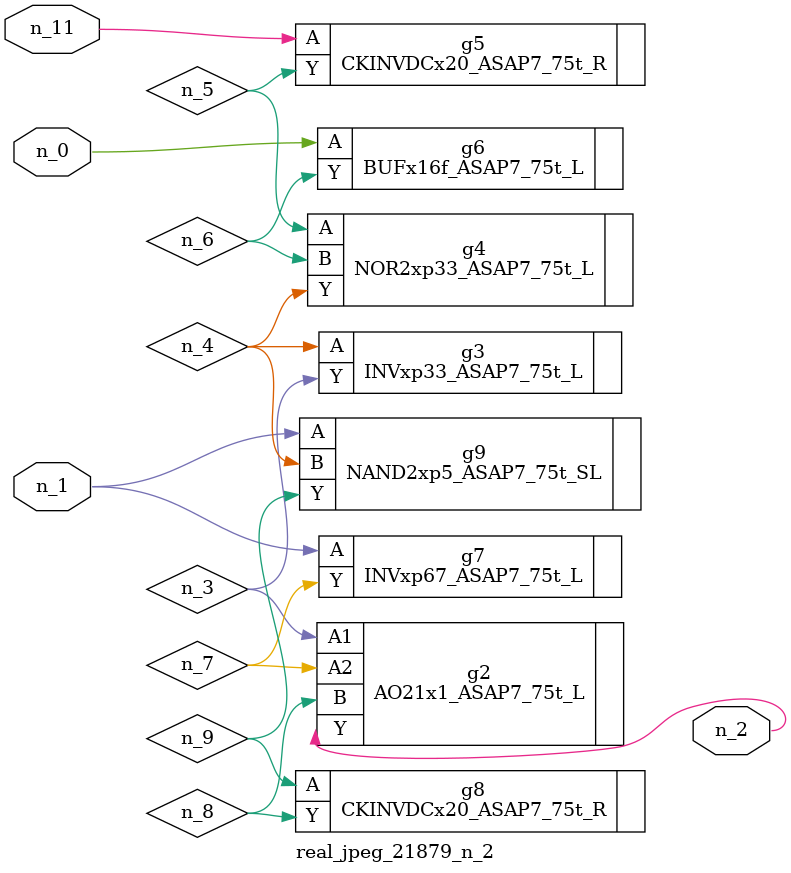
<source format=v>
module real_jpeg_21879_n_2 (n_1, n_11, n_0, n_2);

input n_1;
input n_11;
input n_0;

output n_2;

wire n_5;
wire n_4;
wire n_8;
wire n_6;
wire n_7;
wire n_3;
wire n_9;

BUFx16f_ASAP7_75t_L g6 ( 
.A(n_0),
.Y(n_6)
);

INVxp67_ASAP7_75t_L g7 ( 
.A(n_1),
.Y(n_7)
);

NAND2xp5_ASAP7_75t_SL g9 ( 
.A(n_1),
.B(n_4),
.Y(n_9)
);

AO21x1_ASAP7_75t_L g2 ( 
.A1(n_3),
.A2(n_7),
.B(n_8),
.Y(n_2)
);

INVxp33_ASAP7_75t_L g3 ( 
.A(n_4),
.Y(n_3)
);

NOR2xp33_ASAP7_75t_L g4 ( 
.A(n_5),
.B(n_6),
.Y(n_4)
);

CKINVDCx20_ASAP7_75t_R g8 ( 
.A(n_9),
.Y(n_8)
);

CKINVDCx20_ASAP7_75t_R g5 ( 
.A(n_11),
.Y(n_5)
);


endmodule
</source>
